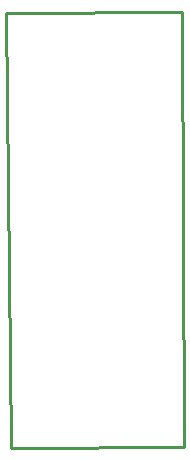
<source format=gbr>
G04 EAGLE Gerber RS-274X export*
G75*
%MOMM*%
%FSLAX34Y34*%
%LPD*%
%IN*%
%IPPOS*%
%AMOC8*
5,1,8,0,0,1.08239X$1,22.5*%
G01*
%ADD10C,0.254000*%


D10*
X19510Y385120D02*
X23360Y16870D01*
X170490Y17420D01*
X168170Y385330D01*
X19510Y385120D01*
M02*

</source>
